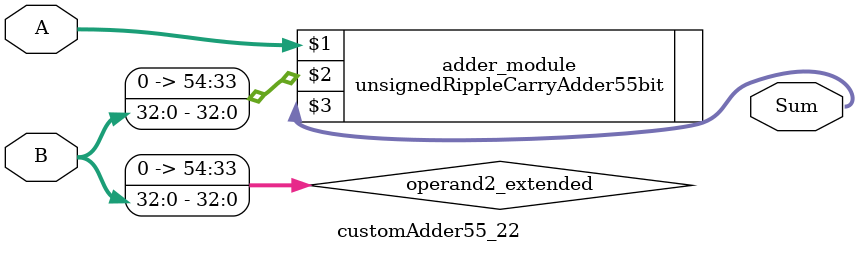
<source format=v>
module customAdder55_22(
                        input [54 : 0] A,
                        input [32 : 0] B,
                        
                        output [55 : 0] Sum
                );

        wire [54 : 0] operand2_extended;
        
        assign operand2_extended =  {22'b0, B};
        
        unsignedRippleCarryAdder55bit adder_module(
            A,
            operand2_extended,
            Sum
        );
        
        endmodule
        
</source>
